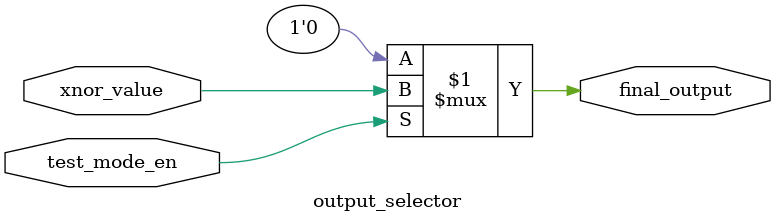
<source format=sv>
module test_mode_xnor (
    input  wire clk,          // 添加时钟信号用于流水线
    input  wire rst_n,        // 添加复位信号
    input  wire test_mode,
    input  wire a,
    input  wire b,
    output wire y
);
    // 数据流阶段1: 输入寄存
    reg a_reg, b_reg, test_mode_reg;
    
    always @(posedge clk or negedge rst_n) begin
        if (!rst_n) begin
            a_reg <= 1'b0;
            b_reg <= 1'b0;
            test_mode_reg <= 1'b0;
        end else begin
            a_reg <= a;
            b_reg <= b;
            test_mode_reg <= test_mode;
        end
    end
    
    // 数据流阶段2: XNOR计算
    wire xnor_result;
    reg  xnor_result_reg;
    
    logic_xnor_calculator xnor_calc (
        .in_a(a_reg),
        .in_b(b_reg),
        .result(xnor_result)
    );
    
    always @(posedge clk or negedge rst_n) begin
        if (!rst_n) begin
            xnor_result_reg <= 1'b0;
        end else begin
            xnor_result_reg <= xnor_result;
        end
    end
    
    // 数据流阶段3: 输出选择
    wire final_output;
    reg  y_reg;
    
    output_selector out_sel (
        .test_mode_en(test_mode_reg),
        .xnor_value(xnor_result_reg),
        .final_output(final_output)
    );
    
    always @(posedge clk or negedge rst_n) begin
        if (!rst_n) begin
            y_reg <= 1'b0;
        end else begin
            y_reg <= final_output;
        end
    end
    
    // 输出赋值
    assign y = y_reg;
    
endmodule

module logic_xnor_calculator (
    input  wire in_a,
    input  wire in_b,
    output wire result
);
    // 优化XNOR逻辑实现，拆分为多个简单逻辑运算，减少逻辑深度
    wire xor_result;
    
    // 先计算XOR结果
    assign xor_result = in_a ^ in_b;
    
    // 再求反得到XNOR结果
    assign result = ~xor_result;
endmodule

module output_selector (
    input  wire test_mode_en,
    input  wire xnor_value,
    output wire final_output
);
    // 使用三目运算进行输出选择，简化数据通路
    assign final_output = test_mode_en ? xnor_value : 1'b0;
endmodule
</source>
